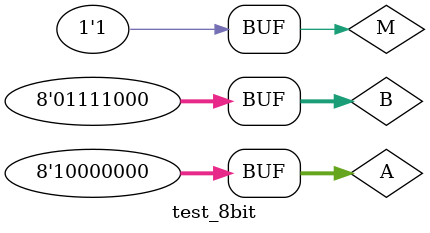
<source format=v>
`timescale 1ns/100ps

module or2(input wire x,y,output wire z);
assign z=x|y;
endmodule

module xor2(input wire x,y,output wire z);
assign z=x^y;
endmodule

//half adder implement
module half_adder(input wire x,y, output wire c1,s);

assign c1=x&y;
assign s=x^y;

endmodule
// full adder implement
module full_adder(input wire x,y,z,output wire c1,s);

wire tmpC,tmpS,tmpC2;
half_adder h1(x,y,tmpC,tmpS);
half_adder h2(z,tmpS,tmpC2,s);
or2 orins(tmpC2,tmpC,c1);


endmodule
//8bit ripple carry add and subtractor (M=0이면 + M=1 이면 -)
module _8bit_adder_substractor(input wire[7:0] A,B,input wire M,output wire[7:0] S,output wire Clast,V);
wire B_after[7:0];
wire Ci[7:0];
assign Ci[0]=M;


xor2 xor_0(M,B[0],B_after[0]);
xor2 xor_1(M,B[1],B_after[1]);
xor2 xor_2(M,B[2],B_after[2]);
xor2 xor_3(M,B[3],B_after[3]);
xor2 xor_4(M,B[4],B_after[4]);
xor2 xor_5(M,B[5],B_after[5]);
xor2 xor_6(M,B[6],B_after[6]);
xor2 xor_7(M,B[7],B_after[7]);

full_adder fa0(A[0],B_after[0],Ci[0],Ci[1],S[0]);
full_adder fa1(A[1],B_after[1],Ci[1],Ci[2],S[1]);
full_adder fa2(A[2],B_after[2],Ci[2],Ci[3],S[2]);
full_adder fa3(A[3],B_after[3],Ci[3],Ci[4],S[3]);
full_adder fa4(A[4],B_after[4],Ci[4],Ci[5],S[4]);
full_adder fa5(A[5],B_after[5],Ci[5],Ci[6],S[5]);
full_adder fa6(A[6],B_after[6],Ci[6],Ci[7],S[6]);
full_adder fa7(A[7],B_after[7],Ci[7],Clast,S[7]);

xor2 xor_V(Ci[7],Clast,V);

endmodule
//test_bench

module test_8bit;
reg [7:0] A,B;
reg M;
wire [7:0] SUM;
wire Clast,V;

_8bit_adder_substractor testing(A,B,M,SUM,Clast,V);

initial begin
M=0;  A=8'b00000000; B=8'b00000000;
#250; A=8'b00000000; B=8'b00000000;
#250; A=8'b00111000; B=8'b01000000;
#250; A=8'b00000000; B=8'b00000000;
#250; A=8'b11110000; B=8'b00100001;
#250; A=8'b11110010; B=8'b00100011;
#250; M=1; A=8'b00000000; B=8'b00011100;
#250; A=8'b10000000; B=8'b11100000;
#250; A=8'b00111000; B=8'b01000001;
#250; A=8'b00000000; B=8'b01111100;
#250; A=8'b00001110; B=8'b11111000;
#250; A=8'b10000000; B=8'b01111000;
end

endmodule











</source>
